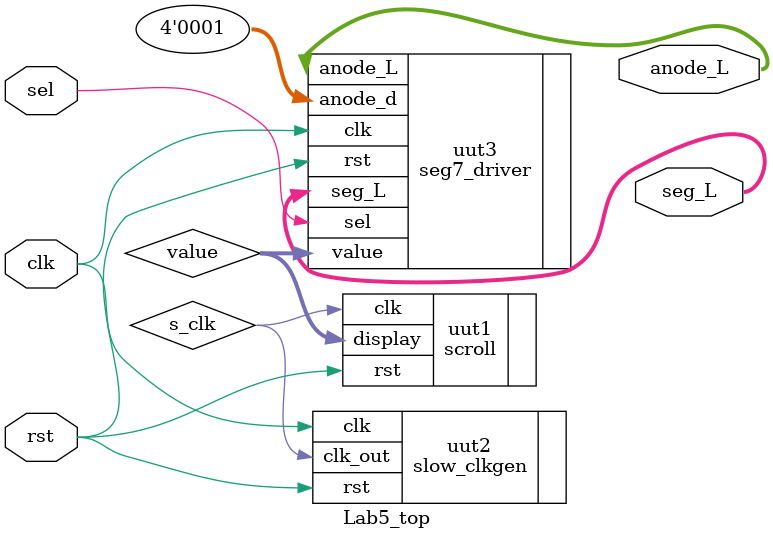
<source format=v>
`timescale 1ns / 1ps

// The top level module. It implements the Verilog system shown in Figure 1.

module Lab5_top(input clk, rst, sel, output [6:0] seg_L, output [3:0] anode_L);

    // declare necessary wires here
        wire [15:0] value;
        wire s_clk;
   
    // instantiate modules here
    scroll uut1 (.clk(s_clk), .rst(rst), .display(value));
    slow_clkgen uut2 (.clk(clk), .rst(rst), .clk_out(s_clk));
    seg7_driver uut3 (.clk(clk), .rst(rst), .sel(sel), .value(value), .anode_d(4'b0001), .seg_L(seg_L), .anode_L(anode_L));

endmodule

</source>
